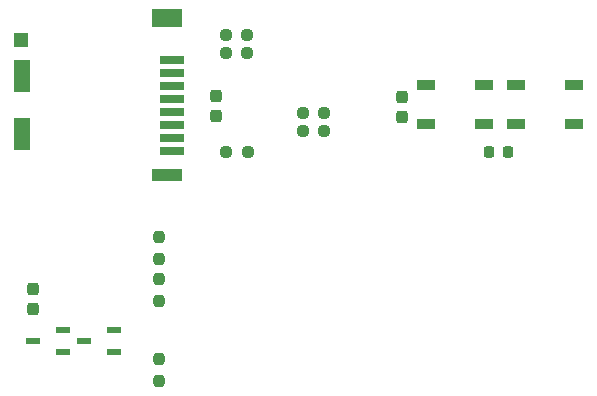
<source format=gbr>
%TF.GenerationSoftware,KiCad,Pcbnew,7.0.10-7.0.10~ubuntu22.04.1*%
%TF.CreationDate,2025-01-30T16:28:08-05:00*%
%TF.ProjectId,board_one_teensy_22,626f6172-645f-46f6-9e65-5f7465656e73,rev?*%
%TF.SameCoordinates,Original*%
%TF.FileFunction,Paste,Top*%
%TF.FilePolarity,Positive*%
%FSLAX46Y46*%
G04 Gerber Fmt 4.6, Leading zero omitted, Abs format (unit mm)*
G04 Created by KiCad (PCBNEW 7.0.10-7.0.10~ubuntu22.04.1) date 2025-01-30 16:28:08*
%MOMM*%
%LPD*%
G01*
G04 APERTURE LIST*
G04 Aperture macros list*
%AMRoundRect*
0 Rectangle with rounded corners*
0 $1 Rounding radius*
0 $2 $3 $4 $5 $6 $7 $8 $9 X,Y pos of 4 corners*
0 Add a 4 corners polygon primitive as box body*
4,1,4,$2,$3,$4,$5,$6,$7,$8,$9,$2,$3,0*
0 Add four circle primitives for the rounded corners*
1,1,$1+$1,$2,$3*
1,1,$1+$1,$4,$5*
1,1,$1+$1,$6,$7*
1,1,$1+$1,$8,$9*
0 Add four rect primitives between the rounded corners*
20,1,$1+$1,$2,$3,$4,$5,0*
20,1,$1+$1,$4,$5,$6,$7,0*
20,1,$1+$1,$6,$7,$8,$9,0*
20,1,$1+$1,$8,$9,$2,$3,0*%
G04 Aperture macros list end*
%ADD10RoundRect,0.237500X-0.237500X0.250000X-0.237500X-0.250000X0.237500X-0.250000X0.237500X0.250000X0*%
%ADD11R,2.000000X0.700000*%
%ADD12R,1.400000X2.700000*%
%ADD13R,2.600000X1.000000*%
%ADD14R,2.600000X1.500000*%
%ADD15R,1.200000X1.200000*%
%ADD16RoundRect,0.088500X0.516500X0.206500X-0.516500X0.206500X-0.516500X-0.206500X0.516500X-0.206500X0*%
%ADD17RoundRect,0.237500X0.237500X-0.300000X0.237500X0.300000X-0.237500X0.300000X-0.237500X-0.300000X0*%
%ADD18RoundRect,0.237500X0.237500X-0.250000X0.237500X0.250000X-0.237500X0.250000X-0.237500X-0.250000X0*%
%ADD19RoundRect,0.237500X0.250000X0.237500X-0.250000X0.237500X-0.250000X-0.237500X0.250000X-0.237500X0*%
%ADD20RoundRect,0.237500X-0.250000X-0.237500X0.250000X-0.237500X0.250000X0.237500X-0.250000X0.237500X0*%
%ADD21R,1.500000X0.900000*%
%ADD22RoundRect,0.225000X0.225000X0.250000X-0.225000X0.250000X-0.225000X-0.250000X0.225000X-0.250000X0*%
%ADD23RoundRect,0.237500X-0.237500X0.300000X-0.237500X-0.300000X0.237500X-0.300000X0.237500X0.300000X0*%
G04 APERTURE END LIST*
D10*
%TO.C,R7*%
X125984000Y-105259500D03*
X125984000Y-107084500D03*
%TD*%
D11*
%TO.C,J1*%
X127100000Y-86650000D03*
X127100000Y-87750000D03*
X127100000Y-88850000D03*
X127100000Y-89950000D03*
X127100000Y-91050000D03*
X127100000Y-92150000D03*
X127100000Y-93250000D03*
X127100000Y-94350000D03*
D12*
X114400000Y-88050000D03*
D13*
X126600000Y-96450000D03*
D14*
X126600000Y-83100000D03*
D12*
X114400000Y-92950000D03*
D15*
X114300000Y-85000000D03*
%TD*%
D16*
%TO.C,Q1*%
X122159000Y-111440000D03*
X122159000Y-109540000D03*
X119649000Y-110490000D03*
%TD*%
D17*
%TO.C,C3*%
X130810000Y-91409500D03*
X130810000Y-89684500D03*
%TD*%
D18*
%TO.C,R6*%
X125984000Y-113839000D03*
X125984000Y-112014000D03*
%TD*%
D19*
%TO.C,R3*%
X133437500Y-86072000D03*
X131612500Y-86072000D03*
%TD*%
D20*
%TO.C,R1*%
X131612500Y-84582000D03*
X133437500Y-84582000D03*
%TD*%
D16*
%TO.C,Q2*%
X117841000Y-111440000D03*
X117841000Y-109540000D03*
X115331000Y-110490000D03*
%TD*%
D20*
%TO.C,R2*%
X131662500Y-94488000D03*
X133487500Y-94488000D03*
%TD*%
D21*
%TO.C,D3*%
X153490000Y-92074000D03*
X153490000Y-88774000D03*
X148590000Y-88774000D03*
X148590000Y-92074000D03*
%TD*%
D10*
%TO.C,R8*%
X125984000Y-101703500D03*
X125984000Y-103528500D03*
%TD*%
D19*
%TO.C,R5*%
X139954000Y-91186000D03*
X138129000Y-91186000D03*
%TD*%
D21*
%TO.C,D5*%
X161090000Y-92074000D03*
X161090000Y-88774000D03*
X156190000Y-88774000D03*
X156190000Y-92074000D03*
%TD*%
D22*
%TO.C,C4*%
X155474000Y-94488000D03*
X153924000Y-94488000D03*
%TD*%
D20*
%TO.C,R4*%
X138135000Y-92682000D03*
X139960000Y-92682000D03*
%TD*%
D23*
%TO.C,C1*%
X115316000Y-106071500D03*
X115316000Y-107796500D03*
%TD*%
%TO.C,C2*%
X146540000Y-89816500D03*
X146540000Y-91541500D03*
%TD*%
M02*

</source>
